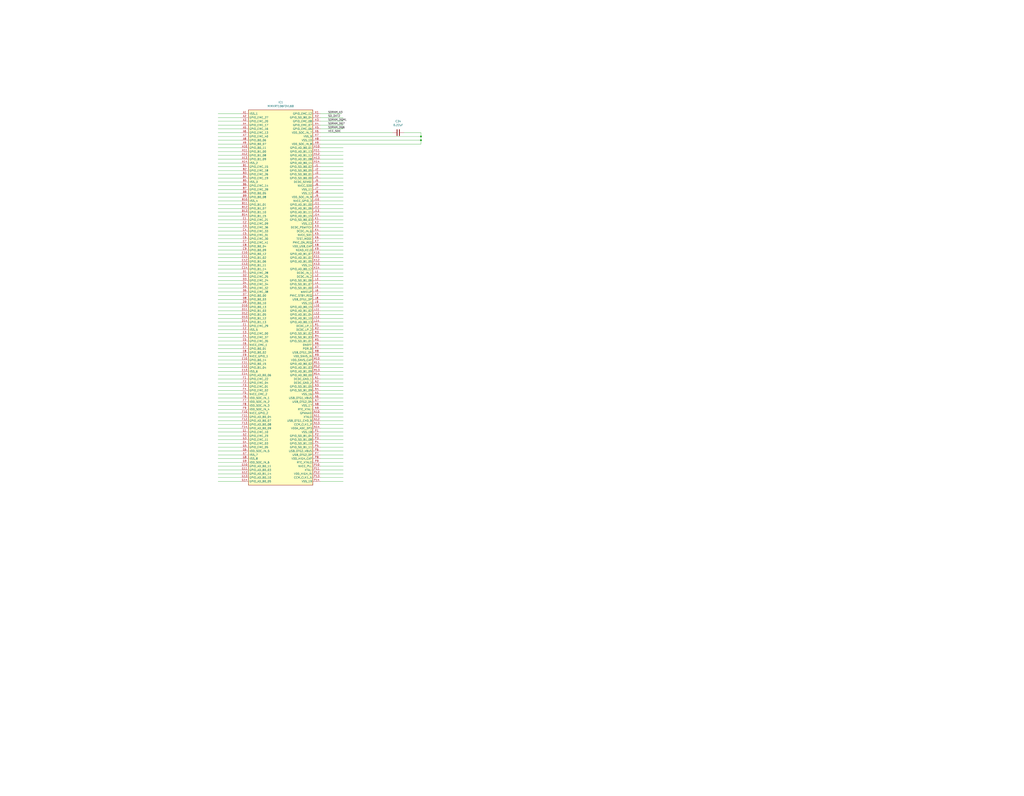
<source format=kicad_sch>
(kicad_sch (version 20231120) (generator "eeschema") (generator_version "8.0")
  (paper "User" 685.8 533.4)
  (lib_symbols
    (symbol "Device:C" (pin_numbers hide) (pin_names (offset 0.254))
      (property "Reference" "C" (at 0.635 2.54 0))
      (property "Value" "C" (at 0.635 -2.54 0))
      (symbol "C_0_1"
        (polyline (pts (xy -2.032 -0.762) (xy 2.032 -0.762)) (stroke (width 0.508)))
        (polyline (pts (xy -2.032 0.762) (xy 2.032 0.762)) (stroke (width 0.508)))
      )
      (symbol "C_1_1"
        (pin passive line (at 0 3.81 270) (length 2.794) (name "~") (number "1"))
        (pin passive line (at 0 -3.81 90) (length 2.794) (name "~") (number "2"))
      )
    )
    (symbol "MIMXRT106FDVL6B:MIMXRT106FDVL6B"
      (property "Reference" "IC" (at 49.53 7.62 0))
      (property "Value" "MIMXRT106FDVL6B" (at 49.53 5.08 0))
      (symbol "MIMXRT106FDVL6B_1_1"
        (rectangle (start 5.08 2.54) (end 48.26 -248.92) (stroke (width 0.254)) (fill (type background)))
        (pin passive line (at 0 0 0) (length 5.08) (name "VSS_1") (number "A1"))
        (pin passive line (at 0 -22.86 0) (length 5.08) (name "GPIO_B0_11") (number "A10"))
        (pin passive line (at 0 -25.4 0) (length 5.08) (name "GPIO_B1_00") (number "A11"))
        (pin passive line (at 0 -27.94 0) (length 5.08) (name "GPIO_B1_08") (number "A12"))
        (pin passive line (at 0 -30.48 0) (length 5.08) (name "GPIO_B1_09") (number "A13"))
        (pin passive line (at 0 -33.02 0) (length 5.08) (name "VSS_2") (number "A14"))
        (pin passive line (at 0 -2.54 0) (length 5.08) (name "GPIO_EMC_27") (number "A2"))
        (pin passive line (at 0 -5.08 0) (length 5.08) (name "GPIO_EMC_20") (number "A3"))
        (pin passive line (at 0 -7.62 0) (length 5.08) (name "GPIO_EMC_17") (number "A4"))
        (pin passive line (at 0 -10.16 0) (length 5.08) (name "GPIO_EMC_16") (number "A5"))
        (pin passive line (at 0 -12.7 0) (length 5.08) (name "GPIO_EMC_13") (number "A6"))
        (pin passive line (at 0 -15.24 0) (length 5.08) (name "GPIO_EMC_40") (number "A7"))
        (pin passive line (at 0 -17.78 0) (length 5.08) (name "GPIO_B0_06") (number "A8"))
        (pin passive line (at 0 -20.32 0) (length 5.08) (name "GPIO_B0_07") (number "A9"))
        (pin passive line (at 0 -35.56 0) (length 5.08) (name "GPIO_EMC_15") (number "B1"))
        (pin passive line (at 0 -58.42 0) (length 5.08) (name "VSS_4") (number "B10"))
        (pin passive line (at 0 -60.96 0) (length 5.08) (name "GPIO_B1_01") (number "B11"))
        (pin passive line (at 0 -63.5 0) (length 5.08) (name "GPIO_B1_07") (number "B12"))
        (pin passive line (at 0 -66.04 0) (length 5.08) (name "GPIO_B1_10") (number "B13"))
        (pin passive line (at 0 -68.58 0) (length 5.08) (name "GPIO_B1_15") (number "B14"))
        (pin passive line (at 0 -38.1 0) (length 5.08) (name "GPIO_EMC_18") (number "B2"))
        (pin passive line (at 0 -40.64 0) (length 5.08) (name "GPIO_EMC_26") (number "B3"))
        (pin passive line (at 0 -43.18 0) (length 5.08) (name "GPIO_EMC_19") (number "B4"))
        (pin passive line (at 0 -45.72 0) (length 5.08) (name "VSS_3") (number "B5"))
        (pin passive line (at 0 -48.26 0) (length 5.08) (name "GPIO_EMC_14") (number "B6"))
        (pin passive line (at 0 -50.8 0) (length 5.08) (name "GPIO_EMC_39") (number "B7"))
        (pin passive line (at 0 -53.34 0) (length 5.08) (name "GPIO_B0_05") (number "B8"))
        (pin passive line (at 0 -55.88 0) (length 5.08) (name "GPIO_B0_08") (number "B9"))
        (pin passive line (at 0 -71.12 0) (length 5.08) (name "GPIO_EMC_21") (number "C1"))
        (pin passive line (at 0 -93.98 0) (length 5.08) (name "GPIO_B0_12") (number "C10"))
        (pin passive line (at 0 -96.52 0) (length 5.08) (name "GPIO_B1_02") (number "C11"))
        (pin passive line (at 0 -99.06 0) (length 5.08) (name "GPIO_B1_06") (number "C12"))
        (pin passive line (at 0 -101.6 0) (length 5.08) (name "GPIO_B1_11") (number "C13"))
        (pin passive line (at 0 -104.14 0) (length 5.08) (name "GPIO_B1_14") (number "C14"))
        (pin passive line (at 0 -73.66 0) (length 5.08) (name "GPIO_EMC_09") (number "C2"))
        (pin passive line (at 0 -76.2 0) (length 5.08) (name "GPIO_EMC_36") (number "C3"))
        (pin passive line (at 0 -78.74 0) (length 5.08) (name "GPIO_EMC_33") (number "C4"))
        (pin passive line (at 0 -81.28 0) (length 5.08) (name "GPIO_EMC_31") (number "C5"))
        (pin passive line (at 0 -83.82 0) (length 5.08) (name "GPIO_EMC_30") (number "C6"))
        (pin passive line (at 0 -86.36 0) (length 5.08) (name "GPIO_EMC_41") (number "C7"))
        (pin passive line (at 0 -88.9 0) (length 5.08) (name "GPIO_B0_04") (number "C8"))
        (pin passive line (at 0 -91.44 0) (length 5.08) (name "GPIO_B0_09") (number "C9"))
        (pin passive line (at 0 -106.68 0) (length 5.08) (name "GPIO_EMC_28") (number "D1"))
        (pin passive line (at 0 -129.54 0) (length 5.08) (name "GPIO_B0_13") (number "D10"))
        (pin passive line (at 0 -132.08 0) (length 5.08) (name "GPIO_B1_03") (number "D11"))
        (pin passive line (at 0 -134.62 0) (length 5.08) (name "GPIO_B1_05") (number "D12"))
        (pin passive line (at 0 -137.16 0) (length 5.08) (name "GPIO_B1_12") (number "D13"))
        (pin passive line (at 0 -139.7 0) (length 5.08) (name "GPIO_B1_13") (number "D14"))
        (pin passive line (at 0 -109.22 0) (length 5.08) (name "GPIO_EMC_25") (number "D2"))
        (pin passive line (at 0 -111.76 0) (length 5.08) (name "GPIO_EMC_24") (number "D3"))
        (pin passive line (at 0 -114.3 0) (length 5.08) (name "GPIO_EMC_34") (number "D4"))
        (pin passive line (at 0 -116.84 0) (length 5.08) (name "GPIO_EMC_32") (number "D5"))
        (pin passive line (at 0 -119.38 0) (length 5.08) (name "GPIO_EMC_38") (number "D6"))
        (pin passive line (at 0 -121.92 0) (length 5.08) (name "GPIO_B0_00") (number "D7"))
        (pin passive line (at 0 -124.46 0) (length 5.08) (name "GPIO_B0_03") (number "D8"))
        (pin passive line (at 0 -127 0) (length 5.08) (name "GPIO_B0_10") (number "D9"))
        (pin passive line (at 0 -142.24 0) (length 5.08) (name "GPIO_EMC_29") (number "E1"))
        (pin passive line (at 0 -165.1 0) (length 5.08) (name "GPIO_B0_14") (number "E10"))
        (pin passive line (at 0 -167.64 0) (length 5.08) (name "GPIO_B0_15") (number "E11"))
        (pin passive line (at 0 -170.18 0) (length 5.08) (name "GPIO_B1_04") (number "E12"))
        (pin passive line (at 0 -172.72 0) (length 5.08) (name "VSS_6") (number "E13"))
        (pin passive line (at 0 -175.26 0) (length 5.08) (name "GPIO_AD_B0_06") (number "E14"))
        (pin passive line (at 0 -144.78 0) (length 5.08) (name "VSS_5") (number "E2"))
        (pin passive line (at 0 -147.32 0) (length 5.08) (name "GPIO_EMC_00") (number "E3"))
        (pin passive line (at 0 -149.86 0) (length 5.08) (name "GPIO_EMC_37") (number "E4"))
        (pin passive line (at 0 -152.4 0) (length 5.08) (name "GPIO_EMC_35") (number "E5"))
        (pin passive line (at 0 -154.94 0) (length 5.08) (name "NVCC_EMC_1") (number "E6"))
        (pin passive line (at 0 -157.48 0) (length 5.08) (name "GPIO_B0_01") (number "E7"))
        (pin passive line (at 0 -160.02 0) (length 5.08) (name "GPIO_B0_02") (number "E8"))
        (pin passive line (at 0 -162.56 0) (length 5.08) (name "NVCC_GPIO_1") (number "E9"))
        (pin passive line (at 0 -177.8 0) (length 5.08) (name "GPIO_EMC_22") (number "F1"))
        (pin passive line (at 0 -200.66 0) (length 5.08) (name "NVCC_GPIO_2") (number "F10"))
        (pin passive line (at 0 -203.2 0) (length 5.08) (name "GPIO_AD_B0_04") (number "F11"))
        (pin passive line (at 0 -205.74 0) (length 5.08) (name "GPIO_AD_B0_07") (number "F12"))
        (pin passive line (at 0 -208.28 0) (length 5.08) (name "GPIO_AD_B0_08") (number "F13"))
        (pin passive line (at 0 -210.82 0) (length 5.08) (name "GPIO_AD_B0_09") (number "F14"))
        (pin passive line (at 0 -180.34 0) (length 5.08) (name "GPIO_EMC_04") (number "F2"))
        (pin passive line (at 0 -182.88 0) (length 5.08) (name "GPIO_EMC_01") (number "F3"))
        (pin passive line (at 0 -185.42 0) (length 5.08) (name "GPIO_EMC_02") (number "F4"))
        (pin passive line (at 0 -187.96 0) (length 5.08) (name "NVCC_EMC_2") (number "F5"))
        (pin passive line (at 0 -190.5 0) (length 5.08) (name "VDD_SOC_IN_1") (number "F6"))
        (pin passive line (at 0 -193.04 0) (length 5.08) (name "VDD_SOC_IN_2") (number "F7"))
        (pin passive line (at 0 -195.58 0) (length 5.08) (name "VDD_SOC_IN_3") (number "F8"))
        (pin passive line (at 0 -198.12 0) (length 5.08) (name "VDD_SOC_IN_4") (number "F9"))
        (pin passive line (at 0 -213.36 0) (length 5.08) (name "GPIO_EMC_10") (number "G1"))
        (pin passive line (at 0 -236.22 0) (length 5.08) (name "GPIO_AD_B0_11") (number "G10"))
        (pin passive line (at 0 -238.76 0) (length 5.08) (name "GPIO_AD_B0_03") (number "G11"))
        (pin passive line (at 0 -241.3 0) (length 5.08) (name "GPIO_AD_B1_14") (number "G12"))
        (pin passive line (at 0 -243.84 0) (length 5.08) (name "GPIO_AD_B0_10") (number "G13"))
        (pin passive line (at 0 -246.38 0) (length 5.08) (name "GPIO_AD_B0_05") (number "G14"))
        (pin passive line (at 0 -215.9 0) (length 5.08) (name "GPIO_EMC_23") (number "G2"))
        (pin passive line (at 0 -218.44 0) (length 5.08) (name "GPIO_EMC_11") (number "G3"))
        (pin passive line (at 0 -220.98 0) (length 5.08) (name "GPIO_EMC_03") (number "G4"))
        (pin passive line (at 0 -223.52 0) (length 5.08) (name "GPIO_EMC_05") (number "G5"))
        (pin passive line (at 0 -226.06 0) (length 5.08) (name "VDD_SOC_IN_5") (number "G6"))
        (pin passive line (at 0 -228.6 0) (length 5.08) (name "VSS_7") (number "G7"))
        (pin passive line (at 0 -231.14 0) (length 5.08) (name "VSS_8") (number "G8"))
        (pin passive line (at 0 -233.68 0) (length 5.08) (name "VDD_SOC_IN_6") (number "G9"))
        (pin passive line (at 53.34 0 180) (length 5.08) (name "GPIO_EMC_12") (number "H1"))
        (pin passive line (at 53.34 -22.86 180) (length 5.08) (name "GPIO_AD_B0_01") (number "H10"))
        (pin passive line (at 53.34 -25.4 180) (length 5.08) (name "GPIO_AD_B1_13") (number "H11"))
        (pin passive line (at 53.34 -27.94 180) (length 5.08) (name "GPIO_AD_B1_12") (number "H12"))
        (pin passive line (at 53.34 -30.48 180) (length 5.08) (name "GPIO_AD_B1_08") (number "H13"))
        (pin passive line (at 53.34 -33.02 180) (length 5.08) (name "GPIO_AD_B0_14") (number "H14"))
        (pin passive line (at 53.34 -2.54 180) (length 5.08) (name "GPIO_SD_B0_04") (number "H2"))
        (pin passive line (at 53.34 -5.08 180) (length 5.08) (name "GPIO_EMC_08") (number "H3"))
        (pin passive line (at 53.34 -7.62 180) (length 5.08) (name "GPIO_EMC_07") (number "H4"))
        (pin passive line (at 53.34 -10.16 180) (length 5.08) (name "GPIO_EMC_06") (number "H5"))
        (pin passive line (at 53.34 -12.7 180) (length 5.08) (name "VDD_SOC_IN_7") (number "H6"))
        (pin passive line (at 53.34 -15.24 180) (length 5.08) (name "VSS_9") (number "H7"))
        (pin passive line (at 53.34 -17.78 180) (length 5.08) (name "VSS_10") (number "H8"))
        (pin passive line (at 53.34 -20.32 180) (length 5.08) (name "VDD_SOC_IN_8") (number "H9"))
        (pin passive line (at 53.34 -35.56 180) (length 5.08) (name "GPIO_SD_B0_02") (number "J1"))
        (pin passive line (at 53.34 -58.42 180) (length 5.08) (name "NVCC_GPIO_3") (number "J10"))
        (pin passive line (at 53.34 -60.96 180) (length 5.08) (name "GPIO_AD_B1_00") (number "J11"))
        (pin passive line (at 53.34 -63.5 180) (length 5.08) (name "GPIO_AD_B1_06") (number "J12"))
        (pin passive line (at 53.34 -66.04 180) (length 5.08) (name "GPIO_AD_B1_11") (number "J13"))
        (pin passive line (at 53.34 -68.58 180) (length 5.08) (name "GPIO_AD_B1_15") (number "J14"))
        (pin passive line (at 53.34 -38.1 180) (length 5.08) (name "GPIO_SD_B0_05") (number "J2"))
        (pin passive line (at 53.34 -40.64 180) (length 5.08) (name "GPIO_SD_B0_01") (number "J3"))
        (pin passive line (at 53.34 -43.18 180) (length 5.08) (name "GPIO_SD_B0_00") (number "J4"))
        (pin passive line (at 53.34 -45.72 180) (length 5.08) (name "DCDC_SENSE") (number "J5"))
        (pin passive line (at 53.34 -48.26 180) (length 5.08) (name "NVCC_SD0") (number "J6"))
        (pin passive line (at 53.34 -50.8 180) (length 5.08) (name "VSS_11") (number "J7"))
        (pin passive line (at 53.34 -53.34 180) (length 5.08) (name "VSS_12") (number "J8"))
        (pin passive line (at 53.34 -55.88 180) (length 5.08) (name "VDD_SOC_IN_9") (number "J9"))
        (pin passive line (at 53.34 -71.12 180) (length 5.08) (name "GPIO_SD_B0_03") (number "K1"))
        (pin passive line (at 53.34 -93.98 180) (length 5.08) (name "GPIO_AD_B1_07") (number "K10"))
        (pin passive line (at 53.34 -96.52 180) (length 5.08) (name "GPIO_AD_B1_01") (number "K11"))
        (pin passive line (at 53.34 -99.06 180) (length 5.08) (name "GPIO_AD_B1_05") (number "K12"))
        (pin passive line (at 53.34 -101.6 180) (length 5.08) (name "VSS_14") (number "K13"))
        (pin passive line (at 53.34 -104.14 180) (length 5.08) (name "GPIO_AD_B0_12") (number "K14"))
        (pin passive line (at 53.34 -73.66 180) (length 5.08) (name "VSS_13") (number "K2"))
        (pin passive line (at 53.34 -76.2 180) (length 5.08) (name "DCDC_PSWITCH") (number "K3"))
        (pin passive line (at 53.34 -78.74 180) (length 5.08) (name "DCDC_IN_Q") (number "K4"))
        (pin passive line (at 53.34 -81.28 180) (length 5.08) (name "NVCC_SD1") (number "K5"))
        (pin passive line (at 53.34 -83.82 180) (length 5.08) (name "TEST_MODE") (number "K6"))
        (pin passive line (at 53.34 -86.36 180) (length 5.08) (name "PMIC_ON_REQ") (number "K7"))
        (pin passive line (at 53.34 -88.9 180) (length 5.08) (name "VDD_USB_CAP") (number "K8"))
        (pin passive line (at 53.34 -91.44 180) (length 5.08) (name "NGND_KEL0") (number "K9"))
        (pin passive line (at 53.34 -106.68 180) (length 5.08) (name "DCDC_IN_1") (number "L1"))
        (pin passive line (at 53.34 -129.54 180) (length 5.08) (name "GPIO_AD_B0_15") (number "L10"))
        (pin passive line (at 53.34 -132.08 180) (length 5.08) (name "GPIO_AD_B1_02") (number "L11"))
        (pin passive line (at 53.34 -134.62 180) (length 5.08) (name "GPIO_AD_B1_04") (number "L12"))
        (pin passive line (at 53.34 -137.16 180) (length 5.08) (name "GPIO_AD_B1_10") (number "L13"))
        (pin passive line (at 53.34 -139.7 180) (length 5.08) (name "GPIO_AD_B0_13") (number "L14"))
        (pin passive line (at 53.34 -109.22 180) (length 5.08) (name "DCDC_IN_2") (number "L2"))
        (pin passive line (at 53.34 -111.76 180) (length 5.08) (name "GPIO_SD_B1_06") (number "L3"))
        (pin passive line (at 53.34 -114.3 180) (length 5.08) (name "GPIO_SD_B1_07") (number "L4"))
        (pin passive line (at 53.34 -116.84 180) (length 5.08) (name "GPIO_SD_B1_00") (number "L5"))
        (pin passive line (at 53.34 -119.38 180) (length 5.08) (name "WAKEUP") (number "L6"))
        (pin passive line (at 53.34 -121.92 180) (length 5.08) (name "PMIC_STBY_REQ") (number "L7"))
        (pin passive line (at 53.34 -124.46 180) (length 5.08) (name "USB_OTG1_DP") (number "L8"))
        (pin passive line (at 53.34 -127 180) (length 5.08) (name "VSS_15") (number "L9"))
        (pin passive line (at 53.34 -142.24 180) (length 5.08) (name "DCDC_LP_1") (number "M1"))
        (pin passive line (at 53.34 -165.1 180) (length 5.08) (name "VDD_SNVS_CAP") (number "M10"))
        (pin passive line (at 53.34 -167.64 180) (length 5.08) (name "GPIO_AD_B0_02") (number "M11"))
        (pin passive line (at 53.34 -170.18 180) (length 5.08) (name "GPIO_AD_B1_03") (number "M12"))
        (pin passive line (at 53.34 -172.72 180) (length 5.08) (name "GPIO_AD_B1_09") (number "M13"))
        (pin passive line (at 53.34 -175.26 180) (length 5.08) (name "GPIO_AD_B0_00") (number "M14"))
        (pin passive line (at 53.34 -144.78 180) (length 5.08) (name "DCDC_LP_2") (number "M2"))
        (pin passive line (at 53.34 -147.32 180) (length 5.08) (name "GPIO_SD_B1_02") (number "M3"))
        (pin passive line (at 53.34 -149.86 180) (length 5.08) (name "GPIO_SD_B1_03") (number "M4"))
        (pin passive line (at 53.34 -152.4 180) (length 5.08) (name "GPIO_SD_B1_01") (number "M5"))
        (pin passive line (at 53.34 -154.94 180) (length 5.08) (name "ONOFF") (number "M6"))
        (pin passive line (at 53.34 -157.48 180) (length 5.08) (name "POR_B") (number "M7"))
        (pin passive line (at 53.34 -160.02 180) (length 5.08) (name "USB_OTG1_DN") (number "M8"))
        (pin passive line (at 53.34 -162.56 180) (length 5.08) (name "VDD_SNVS_IN") (number "M9"))
        (pin passive line (at 53.34 -177.8 180) (length 5.08) (name "DCDC_GND_1") (number "N1"))
        (pin passive line (at 53.34 -200.66 180) (length 5.08) (name "GPANAIO") (number "N10"))
        (pin passive line (at 53.34 -203.2 180) (length 5.08) (name "XTALO") (number "N11"))
        (pin passive line (at 53.34 -205.74 180) (length 5.08) (name "USB_OTG1_CHD_B") (number "N12"))
        (pin passive line (at 53.34 -208.28 180) (length 5.08) (name "CCM_CLK1_P") (number "N13"))
        (pin passive line (at 53.34 -210.82 180) (length 5.08) (name "VDDA_ADC_3P3") (number "N14"))
        (pin passive line (at 53.34 -180.34 180) (length 5.08) (name "DCDC_GND_2") (number "N2"))
        (pin passive line (at 53.34 -182.88 180) (length 5.08) (name "GPIO_SD_B1_05") (number "N3"))
        (pin passive line (at 53.34 -185.42 180) (length 5.08) (name "GPIO_SD_B1_09") (number "N4"))
        (pin passive line (at 53.34 -187.96 180) (length 5.08) (name "VSS_16") (number "N5"))
        (pin passive line (at 53.34 -190.5 180) (length 5.08) (name "USB_OTG1_VBUS") (number "N6"))
        (pin passive line (at 53.34 -193.04 180) (length 5.08) (name "USB_OTG2_DN") (number "N7"))
        (pin passive line (at 53.34 -195.58 180) (length 5.08) (name "VSS_17") (number "N8"))
        (pin passive line (at 53.34 -198.12 180) (length 5.08) (name "RTC_XTALI") (number "N9"))
        (pin passive line (at 53.34 -213.36 180) (length 5.08) (name "VSS_18") (number "P1"))
        (pin passive line (at 53.34 -236.22 180) (length 5.08) (name "NVCC_PLL") (number "P10"))
        (pin passive line (at 53.34 -238.76 180) (length 5.08) (name "XTALI") (number "P11"))
        (pin passive line (at 53.34 -241.3 180) (length 5.08) (name "VDD_HIGH_IN") (number "P12"))
        (pin passive line (at 53.34 -243.84 180) (length 5.08) (name "CCM_CLK1_N") (number "P13"))
        (pin passive line (at 53.34 -246.38 180) (length 5.08) (name "VSS_19") (number "P14"))
        (pin passive line (at 53.34 -215.9 180) (length 5.08) (name "GPIO_SD_B1_04") (number "P2"))
        (pin passive line (at 53.34 -218.44 180) (length 5.08) (name "GPIO_SD_B1_08") (number "P3"))
        (pin passive line (at 53.34 -220.98 180) (length 5.08) (name "GPIO_SD_B1_10") (number "P4"))
        (pin passive line (at 53.34 -223.52 180) (length 5.08) (name "GPIO_SD_B1_11") (number "P5"))
        (pin passive line (at 53.34 -226.06 180) (length 5.08) (name "USB_OTG2_VBUS") (number "P6"))
        (pin passive line (at 53.34 -228.6 180) (length 5.08) (name "USB_OTG2_DP") (number "P7"))
        (pin passive line (at 53.34 -231.14 180) (length 5.08) (name "VDD_HIGH_CAP") (number "P8"))
        (pin passive line (at 53.34 -233.68 180) (length 5.08) (name "RTC_XTALO") (number "P9"))
      )
    )
  )
  (junction (at 281.94 93.98))
  (junction (at 281.94 91.44))
  (wire (pts (xy 214.63 137.16) (xy 229.87 137.16)))
  (wire (pts (xy 214.63 261.62) (xy 229.87 261.62)))
  (wire (pts (xy 146.05 284.48) (xy 161.29 284.48)))
  (wire (pts (xy 214.63 322.58) (xy 229.87 322.58)))
  (wire (pts (xy 146.05 175.26) (xy 161.29 175.26)))
  (wire (pts (xy 214.63 198.12) (xy 229.87 198.12)))
  (wire (pts (xy 214.63 304.8) (xy 229.87 304.8)))
  (wire (pts (xy 146.05 182.88) (xy 161.29 182.88)))
  (wire (pts (xy 146.05 121.92) (xy 161.29 121.92)))
  (wire (pts (xy 146.05 177.8) (xy 161.29 177.8)))
  (wire (pts (xy 146.05 236.22) (xy 161.29 236.22)))
  (wire (pts (xy 214.63 185.42) (xy 229.87 185.42)))
  (wire (pts (xy 146.05 246.38) (xy 161.29 246.38)))
  (wire (pts (xy 146.05 287.02) (xy 161.29 287.02)))
  (wire (pts (xy 146.05 218.44) (xy 161.29 218.44)))
  (wire (pts (xy 146.05 241.3) (xy 161.29 241.3)))
  (wire (pts (xy 214.63 226.06) (xy 229.87 226.06)))
  (wire (pts (xy 146.05 147.32) (xy 161.29 147.32)))
  (wire (pts (xy 146.05 292.1) (xy 161.29 292.1)))
  (wire (pts (xy 146.05 154.94) (xy 161.29 154.94)))
  (wire (pts (xy 146.05 139.7) (xy 161.29 139.7)))
  (wire (pts (xy 214.63 132.08) (xy 229.87 132.08)))
  (wire (pts (xy 146.05 160.02) (xy 161.29 160.02)))
  (wire (pts (xy 214.63 147.32) (xy 229.87 147.32)))
  (wire (pts (xy 214.63 274.32) (xy 229.87 274.32)))
  (wire (pts (xy 214.63 170.18) (xy 229.87 170.18)))
  (wire (pts (xy 146.05 116.84) (xy 161.29 116.84)))
  (wire (pts (xy 214.63 114.3) (xy 229.87 114.3)))
  (wire (pts (xy 214.63 154.94) (xy 229.87 154.94)))
  (wire (pts (xy 146.05 162.56) (xy 161.29 162.56)))
  (wire (pts (xy 146.05 200.66) (xy 161.29 200.66)))
  (wire (pts (xy 214.63 101.6) (xy 229.87 101.6)))
  (wire (pts (xy 214.63 175.26) (xy 229.87 175.26)))
  (wire (pts (xy 214.63 190.5) (xy 229.87 190.5)))
  (wire (pts (xy 214.63 180.34) (xy 229.87 180.34)))
  (wire (pts (xy 214.63 177.8) (xy 229.87 177.8)))
  (wire (pts (xy 214.63 317.5) (xy 229.87 317.5)))
  (wire (pts (xy 146.05 86.36) (xy 161.29 86.36)))
  (wire (pts (xy 146.05 104.14) (xy 161.29 104.14)))
  (wire (pts (xy 281.94 88.9) (xy 281.94 91.44)))
  (wire (pts (xy 146.05 144.78) (xy 161.29 144.78)))
  (wire (pts (xy 146.05 322.58) (xy 161.29 322.58)))
  (wire (pts (xy 214.63 193.04) (xy 229.87 193.04)))
  (wire (pts (xy 146.05 114.3) (xy 161.29 114.3)))
  (wire (pts (xy 146.05 304.8) (xy 161.29 304.8)))
  (wire (pts (xy 281.94 91.44) (xy 281.94 93.98)))
  (wire (pts (xy 146.05 76.2) (xy 161.29 76.2)))
  (wire (pts (xy 214.63 312.42) (xy 229.87 312.42)))
  (wire (pts (xy 146.05 78.74) (xy 161.29 78.74)))
  (wire (pts (xy 146.05 266.7) (xy 161.29 266.7)))
  (wire (pts (xy 214.63 86.36) (xy 229.87 86.36)))
  (wire (pts (xy 214.63 104.14) (xy 229.87 104.14)))
  (wire (pts (xy 146.05 129.54) (xy 161.29 129.54)))
  (wire (pts (xy 146.05 137.16) (xy 161.29 137.16)))
  (wire (pts (xy 146.05 91.44) (xy 161.29 91.44)))
  (wire (pts (xy 214.63 172.72) (xy 229.87 172.72)))
  (wire (pts (xy 214.63 259.08) (xy 229.87 259.08)))
  (wire (pts (xy 214.63 302.26) (xy 229.87 302.26)))
  (wire (pts (xy 214.63 91.44) (xy 281.94 91.44)))
  (wire (pts (xy 214.63 279.4) (xy 229.87 279.4)))
  (wire (pts (xy 214.63 309.88) (xy 229.87 309.88)))
  (wire (pts (xy 214.63 195.58) (xy 229.87 195.58)))
  (wire (pts (xy 146.05 205.74) (xy 161.29 205.74)))
  (wire (pts (xy 146.05 299.72) (xy 161.29 299.72)))
  (wire (pts (xy 214.63 287.02) (xy 229.87 287.02)))
  (wire (pts (xy 146.05 274.32) (xy 161.29 274.32)))
  (wire (pts (xy 146.05 238.76) (xy 161.29 238.76)))
  (wire (pts (xy 146.05 124.46) (xy 161.29 124.46)))
  (wire (pts (xy 146.05 142.24) (xy 161.29 142.24)))
  (wire (pts (xy 146.05 185.42) (xy 161.29 185.42)))
  (wire (pts (xy 146.05 226.06) (xy 161.29 226.06)))
  (wire (pts (xy 146.05 281.94) (xy 161.29 281.94)))
  (wire (pts (xy 146.05 269.24) (xy 161.29 269.24)))
  (wire (pts (xy 214.63 233.68) (xy 229.87 233.68)))
  (wire (pts (xy 146.05 172.72) (xy 161.29 172.72)))
  (wire (pts (xy 214.63 96.52) (xy 281.94 96.52)))
  (wire (pts (xy 146.05 215.9) (xy 161.29 215.9)))
  (wire (pts (xy 146.05 88.9) (xy 161.29 88.9)))
  (wire (pts (xy 146.05 312.42) (xy 161.29 312.42)))
  (wire (pts (xy 214.63 119.38) (xy 229.87 119.38)))
  (wire (pts (xy 146.05 208.28) (xy 161.29 208.28)))
  (wire (pts (xy 146.05 190.5) (xy 161.29 190.5)))
  (wire (pts (xy 146.05 248.92) (xy 161.29 248.92)))
  (wire (pts (xy 214.63 236.22) (xy 229.87 236.22)))
  (wire (pts (xy 214.63 124.46) (xy 229.87 124.46)))
  (wire (pts (xy 214.63 93.98) (xy 281.94 93.98)))
  (wire (pts (xy 146.05 220.98) (xy 161.29 220.98)))
  (wire (pts (xy 214.63 213.36) (xy 229.87 213.36)))
  (wire (pts (xy 146.05 297.18) (xy 161.29 297.18)))
  (wire (pts (xy 214.63 203.2) (xy 229.87 203.2)))
  (wire (pts (xy 146.05 83.82) (xy 161.29 83.82)))
  (wire (pts (xy 214.63 187.96) (xy 229.87 187.96)))
  (wire (pts (xy 214.63 144.78) (xy 229.87 144.78)))
  (wire (pts (xy 146.05 279.4) (xy 161.29 279.4)))
  (wire (pts (xy 270.51 88.9) (xy 281.94 88.9)))
  (wire (pts (xy 214.63 78.74) (xy 229.87 78.74)))
  (wire (pts (xy 214.63 246.38) (xy 229.87 246.38)))
  (wire (pts (xy 146.05 152.4) (xy 161.29 152.4)))
  (wire (pts (xy 214.63 152.4) (xy 229.87 152.4)))
  (wire (pts (xy 214.63 129.54) (xy 229.87 129.54)))
  (wire (pts (xy 214.63 284.48) (xy 229.87 284.48)))
  (wire (pts (xy 214.63 281.94) (xy 229.87 281.94)))
  (wire (pts (xy 146.05 309.88) (xy 161.29 309.88)))
  (wire (pts (xy 214.63 223.52) (xy 229.87 223.52)))
  (wire (pts (xy 214.63 297.18) (xy 229.87 297.18)))
  (wire (pts (xy 214.63 157.48) (xy 229.87 157.48)))
  (wire (pts (xy 146.05 254) (xy 161.29 254)))
  (wire (pts (xy 146.05 111.76) (xy 161.29 111.76)))
  (wire (pts (xy 214.63 76.2) (xy 228.6 76.2)))
  (wire (pts (xy 214.63 231.14) (xy 229.87 231.14)))
  (wire (pts (xy 146.05 243.84) (xy 161.29 243.84)))
  (wire (pts (xy 146.05 187.96) (xy 161.29 187.96)))
  (wire (pts (xy 146.05 317.5) (xy 161.29 317.5)))
  (wire (pts (xy 146.05 96.52) (xy 161.29 96.52)))
  (wire (pts (xy 146.05 106.68) (xy 161.29 106.68)))
  (wire (pts (xy 214.63 162.56) (xy 229.87 162.56)))
  (wire (pts (xy 146.05 264.16) (xy 161.29 264.16)))
  (wire (pts (xy 214.63 243.84) (xy 229.87 243.84)))
  (wire (pts (xy 146.05 170.18) (xy 161.29 170.18)))
  (wire (pts (xy 214.63 205.74) (xy 229.87 205.74)))
  (wire (pts (xy 214.63 200.66) (xy 229.87 200.66)))
  (wire (pts (xy 214.63 182.88) (xy 229.87 182.88)))
  (wire (pts (xy 146.05 289.56) (xy 161.29 289.56)))
  (wire (pts (xy 214.63 307.34) (xy 229.87 307.34)))
  (wire (pts (xy 214.63 276.86) (xy 229.87 276.86)))
  (wire (pts (xy 146.05 101.6) (xy 161.29 101.6)))
  (wire (pts (xy 214.63 218.44) (xy 229.87 218.44)))
  (wire (pts (xy 214.63 271.78) (xy 229.87 271.78)))
  (wire (pts (xy 214.63 81.28) (xy 229.87 81.28)))
  (wire (pts (xy 146.05 251.46) (xy 161.29 251.46)))
  (wire (pts (xy 214.63 266.7) (xy 229.87 266.7)))
  (wire (pts (xy 214.63 269.24) (xy 229.87 269.24)))
  (wire (pts (xy 146.05 203.2) (xy 161.29 203.2)))
  (wire (pts (xy 214.63 142.24) (xy 229.87 142.24)))
  (wire (pts (xy 214.63 139.7) (xy 229.87 139.7)))
  (wire (pts (xy 214.63 256.54) (xy 229.87 256.54)))
  (wire (pts (xy 214.63 254) (xy 229.87 254)))
  (wire (pts (xy 146.05 93.98) (xy 161.29 93.98)))
  (wire (pts (xy 214.63 208.28) (xy 229.87 208.28)))
  (wire (pts (xy 214.63 160.02) (xy 229.87 160.02)))
  (wire (pts (xy 214.63 116.84) (xy 229.87 116.84)))
  (wire (pts (xy 214.63 99.06) (xy 229.87 99.06)))
  (wire (pts (xy 146.05 213.36) (xy 161.29 213.36)))
  (wire (pts (xy 146.05 132.08) (xy 161.29 132.08)))
  (wire (pts (xy 214.63 121.92) (xy 229.87 121.92)))
  (wire (pts (xy 214.63 248.92) (xy 229.87 248.92)))
  (wire (pts (xy 146.05 320.04) (xy 161.29 320.04)))
  (wire (pts (xy 214.63 111.76) (xy 229.87 111.76)))
  (wire (pts (xy 214.63 134.62) (xy 229.87 134.62)))
  (wire (pts (xy 146.05 198.12) (xy 161.29 198.12)))
  (wire (pts (xy 146.05 119.38) (xy 161.29 119.38)))
  (wire (pts (xy 146.05 294.64) (xy 161.29 294.64)))
  (wire (pts (xy 146.05 167.64) (xy 161.29 167.64)))
  (wire (pts (xy 146.05 271.78) (xy 161.29 271.78)))
  (wire (pts (xy 214.63 83.82) (xy 229.87 83.82)))
  (wire (pts (xy 281.94 93.98) (xy 281.94 96.52)))
  (wire (pts (xy 146.05 127) (xy 161.29 127)))
  (wire (pts (xy 146.05 180.34) (xy 161.29 180.34)))
  (wire (pts (xy 146.05 149.86) (xy 161.29 149.86)))
  (wire (pts (xy 146.05 259.08) (xy 161.29 259.08)))
  (wire (pts (xy 214.63 215.9) (xy 229.87 215.9)))
  (wire (pts (xy 146.05 210.82) (xy 161.29 210.82)))
  (wire (pts (xy 146.05 195.58) (xy 161.29 195.58)))
  (wire (pts (xy 146.05 231.14) (xy 161.29 231.14)))
  (wire (pts (xy 146.05 233.68) (xy 161.29 233.68)))
  (wire (pts (xy 214.63 210.82) (xy 229.87 210.82)))
  (wire (pts (xy 214.63 228.6) (xy 229.87 228.6)))
  (wire (pts (xy 214.63 264.16) (xy 229.87 264.16)))
  (wire (pts (xy 214.63 289.56) (xy 229.87 289.56)))
  (wire (pts (xy 146.05 81.28) (xy 161.29 81.28)))
  (wire (pts (xy 214.63 241.3) (xy 229.87 241.3)))
  (wire (pts (xy 146.05 307.34) (xy 161.29 307.34)))
  (wire (pts (xy 146.05 302.26) (xy 161.29 302.26)))
  (wire (pts (xy 214.63 149.86) (xy 229.87 149.86)))
  (wire (pts (xy 146.05 276.86) (xy 161.29 276.86)))
  (wire (pts (xy 146.05 314.96) (xy 161.29 314.96)))
  (wire (pts (xy 214.63 314.96) (xy 229.87 314.96)))
  (wire (pts (xy 214.63 167.64) (xy 229.87 167.64)))
  (wire (pts (xy 146.05 193.04) (xy 161.29 193.04)))
  (wire (pts (xy 214.63 294.64) (xy 229.87 294.64)))
  (wire (pts (xy 214.63 238.76) (xy 229.87 238.76)))
  (wire (pts (xy 214.63 251.46) (xy 229.87 251.46)))
  (wire (pts (xy 214.63 88.9) (xy 262.89 88.9)))
  (wire (pts (xy 214.63 220.98) (xy 229.87 220.98)))
  (wire (pts (xy 146.05 223.52) (xy 161.29 223.52)))
  (wire (pts (xy 214.63 292.1) (xy 229.87 292.1)))
  (wire (pts (xy 214.63 109.22) (xy 229.87 109.22)))
  (wire (pts (xy 146.05 256.54) (xy 161.29 256.54)))
  (wire (pts (xy 214.63 299.72) (xy 229.87 299.72)))
  (wire (pts (xy 146.05 99.06) (xy 161.29 99.06)))
  (wire (pts (xy 214.63 320.04) (xy 229.87 320.04)))
  (wire (pts (xy 146.05 165.1) (xy 161.29 165.1)))
  (wire (pts (xy 146.05 157.48) (xy 161.29 157.48)))
  (wire (pts (xy 146.05 261.62) (xy 161.29 261.62)))
  (wire (pts (xy 146.05 228.6) (xy 161.29 228.6)))
  (wire (pts (xy 214.63 127) (xy 229.87 127)))
  (wire (pts (xy 146.05 109.22) (xy 161.29 109.22)))
  (wire (pts (xy 214.63 165.1) (xy 229.87 165.1)))
  (wire (pts (xy 146.05 134.62) (xy 161.29 134.62)))
  (wire (pts (xy 214.63 106.68) (xy 229.87 106.68)))
  (label "SDRAM_DQ7" (at 219.71 83.82 0))
  (label "SDRAM_DQ6" (at 219.71 86.36 0))
  (label "VCC_SOC" (at 219.71 88.9 0))
  (label "SDRAM_A3" (at 219.71 76.2 0))
  (label "SD_DAT2" (at 219.71 78.74 0))
  (label "SDRAM_DQML" (at 219.71 81.28 0))
  (symbol (lib_id "MIMXRT106FDVL6B:MIMXRT106FDVL6B") (at 161.29 76.2 0) (unit 1)
    (property "Reference" "IC1" (at 187.96 68.58 0))
    (property "Value" "MIMXRT106FDVL6B" (at 187.96 71.12 0))
    (property "Footprint" "BGA196C65P14X14_1000X1000X143" (effects (hide yes)))
    (property "Datasheet" "https://www.nxp.com/docs/en/nxp/data-sheets/IMXRT1060CEC.pdf" (effects (hide yes)))
    (property "Description" "ARM Microcontrollers - MCU i.MXRT106A, USB Fix" (effects (hide yes)))
    (property "Height" "1.43" (effects (hide yes)))
    (property "Arrow Part Number" "MIMXRT106FDVL6B" (effects (hide yes)))
    (property "Manufacturer_Name" "NXP" (effects (hide yes)))
    (property "Manufacturer_Part_Number" "MIMXRT106FDVL6B" (effects (hide yes)))
  )
  (symbol (lib_id "Device:C") (at 266.7 88.9 90) (unit 1)
    (property "Reference" "C34" (at 266.7 81.28 90))
    (property "Value" "0.22uF" (at 266.7 83.82 90))
    (property "Description" "Unpolarized capacitor" (effects (hide yes)))
  )
)
</source>
